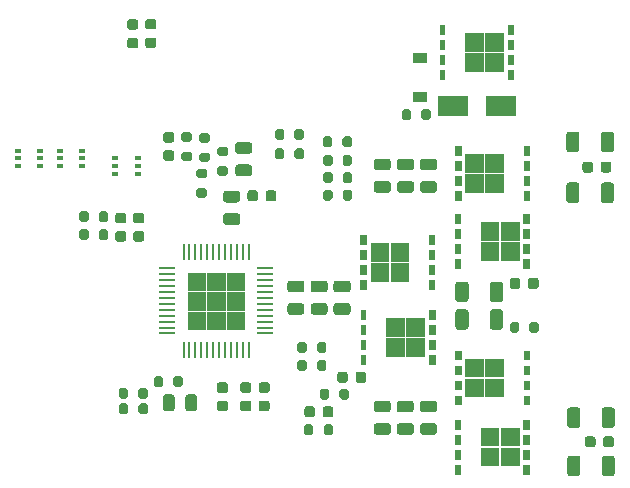
<source format=gtp>
G04 #@! TF.GenerationSoftware,KiCad,Pcbnew,5.1.12-84ad8e8a86~92~ubuntu20.04.1*
G04 #@! TF.CreationDate,2022-01-16T19:01:46+02:00*
G04 #@! TF.ProjectId,opm-inline,6f706d2d-696e-46c6-996e-652e6b696361,rev?*
G04 #@! TF.SameCoordinates,Original*
G04 #@! TF.FileFunction,Paste,Top*
G04 #@! TF.FilePolarity,Positive*
%FSLAX46Y46*%
G04 Gerber Fmt 4.6, Leading zero omitted, Abs format (unit mm)*
G04 Created by KiCad (PCBNEW 5.1.12-84ad8e8a86~92~ubuntu20.04.1) date 2022-01-16 19:01:46*
%MOMM*%
%LPD*%
G01*
G04 APERTURE LIST*
%ADD10C,0.010000*%
%ADD11C,0.100000*%
%ADD12R,1.346200X0.279400*%
%ADD13R,0.279400X1.346200*%
%ADD14R,1.200000X0.900000*%
%ADD15R,2.500000X1.800000*%
%ADD16R,0.499999X0.399999*%
G04 APERTURE END LIST*
D10*
G04 #@! TO.C,Q6*
G36*
X170095000Y-95510000D02*
G01*
X170595000Y-95510000D01*
X170595000Y-96260000D01*
X170095000Y-96260000D01*
X170095000Y-95510000D01*
G37*
X170095000Y-95510000D02*
X170595000Y-95510000D01*
X170595000Y-96260000D01*
X170095000Y-96260000D01*
X170095000Y-95510000D01*
G36*
X170095000Y-94240000D02*
G01*
X170595000Y-94240000D01*
X170595000Y-94990000D01*
X170095000Y-94990000D01*
X170095000Y-94240000D01*
G37*
X170095000Y-94240000D02*
X170595000Y-94240000D01*
X170595000Y-94990000D01*
X170095000Y-94990000D01*
X170095000Y-94240000D01*
G36*
X170095000Y-92970000D02*
G01*
X170595000Y-92970000D01*
X170595000Y-93720000D01*
X170095000Y-93720000D01*
X170095000Y-92970000D01*
G37*
X170095000Y-92970000D02*
X170595000Y-92970000D01*
X170595000Y-93720000D01*
X170095000Y-93720000D01*
X170095000Y-92970000D01*
G36*
X170095000Y-91700000D02*
G01*
X170595000Y-91700000D01*
X170595000Y-92450000D01*
X170095000Y-92450000D01*
X170095000Y-91700000D01*
G37*
X170095000Y-91700000D02*
X170595000Y-91700000D01*
X170595000Y-92450000D01*
X170095000Y-92450000D01*
X170095000Y-91700000D01*
G36*
X164340000Y-91700000D02*
G01*
X164740000Y-91700000D01*
X164740000Y-92450000D01*
X164340000Y-92450000D01*
X164340000Y-91700000D01*
G37*
X164340000Y-91700000D02*
X164740000Y-91700000D01*
X164740000Y-92450000D01*
X164340000Y-92450000D01*
X164340000Y-91700000D01*
G36*
X164340000Y-92970000D02*
G01*
X164740000Y-92970000D01*
X164740000Y-93720000D01*
X164340000Y-93720000D01*
X164340000Y-92970000D01*
G37*
X164340000Y-92970000D02*
X164740000Y-92970000D01*
X164740000Y-93720000D01*
X164340000Y-93720000D01*
X164340000Y-92970000D01*
G36*
X164340000Y-95510000D02*
G01*
X164740000Y-95510000D01*
X164740000Y-96260000D01*
X164340000Y-96260000D01*
X164340000Y-95510000D01*
G37*
X164340000Y-95510000D02*
X164740000Y-95510000D01*
X164740000Y-96260000D01*
X164340000Y-96260000D01*
X164340000Y-95510000D01*
G36*
X164340000Y-94240000D02*
G01*
X164740000Y-94240000D01*
X164740000Y-94990000D01*
X164340000Y-94990000D01*
X164340000Y-94240000D01*
G37*
X164340000Y-94240000D02*
X164740000Y-94240000D01*
X164740000Y-94990000D01*
X164340000Y-94990000D01*
X164340000Y-94240000D01*
G36*
X168190000Y-92380000D02*
G01*
X169690000Y-92380000D01*
X169690000Y-93880000D01*
X168190000Y-93880000D01*
X168190000Y-92380000D01*
G37*
X168190000Y-92380000D02*
X169690000Y-92380000D01*
X169690000Y-93880000D01*
X168190000Y-93880000D01*
X168190000Y-92380000D01*
G36*
X168190000Y-94080000D02*
G01*
X169690000Y-94080000D01*
X169690000Y-95580000D01*
X168190000Y-95580000D01*
X168190000Y-94080000D01*
G37*
X168190000Y-94080000D02*
X169690000Y-94080000D01*
X169690000Y-95580000D01*
X168190000Y-95580000D01*
X168190000Y-94080000D01*
G36*
X166490000Y-94080000D02*
G01*
X167990000Y-94080000D01*
X167990000Y-95580000D01*
X166490000Y-95580000D01*
X166490000Y-94080000D01*
G37*
X166490000Y-94080000D02*
X167990000Y-94080000D01*
X167990000Y-95580000D01*
X166490000Y-95580000D01*
X166490000Y-94080000D01*
G36*
X166490000Y-92380000D02*
G01*
X167990000Y-92380000D01*
X167990000Y-93880000D01*
X166490000Y-93880000D01*
X166490000Y-92380000D01*
G37*
X166490000Y-92380000D02*
X167990000Y-92380000D01*
X167990000Y-93880000D01*
X166490000Y-93880000D01*
X166490000Y-92380000D01*
G04 #@! TO.C,Q5*
G36*
X168380000Y-89230000D02*
G01*
X166880000Y-89230000D01*
X166880000Y-87730000D01*
X168380000Y-87730000D01*
X168380000Y-89230000D01*
G37*
X168380000Y-89230000D02*
X166880000Y-89230000D01*
X166880000Y-87730000D01*
X168380000Y-87730000D01*
X168380000Y-89230000D01*
G36*
X168380000Y-87530000D02*
G01*
X166880000Y-87530000D01*
X166880000Y-86030000D01*
X168380000Y-86030000D01*
X168380000Y-87530000D01*
G37*
X168380000Y-87530000D02*
X166880000Y-87530000D01*
X166880000Y-86030000D01*
X168380000Y-86030000D01*
X168380000Y-87530000D01*
G36*
X166680000Y-87530000D02*
G01*
X165180000Y-87530000D01*
X165180000Y-86030000D01*
X166680000Y-86030000D01*
X166680000Y-87530000D01*
G37*
X166680000Y-87530000D02*
X165180000Y-87530000D01*
X165180000Y-86030000D01*
X166680000Y-86030000D01*
X166680000Y-87530000D01*
G36*
X166680000Y-89230000D02*
G01*
X165180000Y-89230000D01*
X165180000Y-87730000D01*
X166680000Y-87730000D01*
X166680000Y-89230000D01*
G37*
X166680000Y-89230000D02*
X165180000Y-89230000D01*
X165180000Y-87730000D01*
X166680000Y-87730000D01*
X166680000Y-89230000D01*
G36*
X170530000Y-87370000D02*
G01*
X170130000Y-87370000D01*
X170130000Y-86620000D01*
X170530000Y-86620000D01*
X170530000Y-87370000D01*
G37*
X170530000Y-87370000D02*
X170130000Y-87370000D01*
X170130000Y-86620000D01*
X170530000Y-86620000D01*
X170530000Y-87370000D01*
G36*
X170530000Y-86100000D02*
G01*
X170130000Y-86100000D01*
X170130000Y-85350000D01*
X170530000Y-85350000D01*
X170530000Y-86100000D01*
G37*
X170530000Y-86100000D02*
X170130000Y-86100000D01*
X170130000Y-85350000D01*
X170530000Y-85350000D01*
X170530000Y-86100000D01*
G36*
X170530000Y-88640000D02*
G01*
X170130000Y-88640000D01*
X170130000Y-87890000D01*
X170530000Y-87890000D01*
X170530000Y-88640000D01*
G37*
X170530000Y-88640000D02*
X170130000Y-88640000D01*
X170130000Y-87890000D01*
X170530000Y-87890000D01*
X170530000Y-88640000D01*
G36*
X170530000Y-89910000D02*
G01*
X170130000Y-89910000D01*
X170130000Y-89160000D01*
X170530000Y-89160000D01*
X170530000Y-89910000D01*
G37*
X170530000Y-89910000D02*
X170130000Y-89910000D01*
X170130000Y-89160000D01*
X170530000Y-89160000D01*
X170530000Y-89910000D01*
G36*
X164775000Y-89910000D02*
G01*
X164275000Y-89910000D01*
X164275000Y-89160000D01*
X164775000Y-89160000D01*
X164775000Y-89910000D01*
G37*
X164775000Y-89910000D02*
X164275000Y-89910000D01*
X164275000Y-89160000D01*
X164775000Y-89160000D01*
X164775000Y-89910000D01*
G36*
X164775000Y-88640000D02*
G01*
X164275000Y-88640000D01*
X164275000Y-87890000D01*
X164775000Y-87890000D01*
X164775000Y-88640000D01*
G37*
X164775000Y-88640000D02*
X164275000Y-88640000D01*
X164275000Y-87890000D01*
X164775000Y-87890000D01*
X164775000Y-88640000D01*
G36*
X164775000Y-87370000D02*
G01*
X164275000Y-87370000D01*
X164275000Y-86620000D01*
X164775000Y-86620000D01*
X164775000Y-87370000D01*
G37*
X164775000Y-87370000D02*
X164275000Y-87370000D01*
X164275000Y-86620000D01*
X164775000Y-86620000D01*
X164775000Y-87370000D01*
G36*
X164775000Y-86100000D02*
G01*
X164275000Y-86100000D01*
X164275000Y-85350000D01*
X164775000Y-85350000D01*
X164775000Y-86100000D01*
G37*
X164775000Y-86100000D02*
X164275000Y-86100000D01*
X164275000Y-85350000D01*
X164775000Y-85350000D01*
X164775000Y-86100000D01*
G04 #@! TO.C,Q4*
G36*
X174500000Y-101670000D02*
G01*
X176000000Y-101670000D01*
X176000000Y-103170000D01*
X174500000Y-103170000D01*
X174500000Y-101670000D01*
G37*
X174500000Y-101670000D02*
X176000000Y-101670000D01*
X176000000Y-103170000D01*
X174500000Y-103170000D01*
X174500000Y-101670000D01*
G36*
X174500000Y-103370000D02*
G01*
X176000000Y-103370000D01*
X176000000Y-104870000D01*
X174500000Y-104870000D01*
X174500000Y-103370000D01*
G37*
X174500000Y-103370000D02*
X176000000Y-103370000D01*
X176000000Y-104870000D01*
X174500000Y-104870000D01*
X174500000Y-103370000D01*
G36*
X176200000Y-103370000D02*
G01*
X177700000Y-103370000D01*
X177700000Y-104870000D01*
X176200000Y-104870000D01*
X176200000Y-103370000D01*
G37*
X176200000Y-103370000D02*
X177700000Y-103370000D01*
X177700000Y-104870000D01*
X176200000Y-104870000D01*
X176200000Y-103370000D01*
G36*
X176200000Y-101670000D02*
G01*
X177700000Y-101670000D01*
X177700000Y-103170000D01*
X176200000Y-103170000D01*
X176200000Y-101670000D01*
G37*
X176200000Y-101670000D02*
X177700000Y-101670000D01*
X177700000Y-103170000D01*
X176200000Y-103170000D01*
X176200000Y-101670000D01*
G36*
X172350000Y-103530000D02*
G01*
X172750000Y-103530000D01*
X172750000Y-104280000D01*
X172350000Y-104280000D01*
X172350000Y-103530000D01*
G37*
X172350000Y-103530000D02*
X172750000Y-103530000D01*
X172750000Y-104280000D01*
X172350000Y-104280000D01*
X172350000Y-103530000D01*
G36*
X172350000Y-104800000D02*
G01*
X172750000Y-104800000D01*
X172750000Y-105550000D01*
X172350000Y-105550000D01*
X172350000Y-104800000D01*
G37*
X172350000Y-104800000D02*
X172750000Y-104800000D01*
X172750000Y-105550000D01*
X172350000Y-105550000D01*
X172350000Y-104800000D01*
G36*
X172350000Y-102260000D02*
G01*
X172750000Y-102260000D01*
X172750000Y-103010000D01*
X172350000Y-103010000D01*
X172350000Y-102260000D01*
G37*
X172350000Y-102260000D02*
X172750000Y-102260000D01*
X172750000Y-103010000D01*
X172350000Y-103010000D01*
X172350000Y-102260000D01*
G36*
X172350000Y-100990000D02*
G01*
X172750000Y-100990000D01*
X172750000Y-101740000D01*
X172350000Y-101740000D01*
X172350000Y-100990000D01*
G37*
X172350000Y-100990000D02*
X172750000Y-100990000D01*
X172750000Y-101740000D01*
X172350000Y-101740000D01*
X172350000Y-100990000D01*
G36*
X178105000Y-100990000D02*
G01*
X178605000Y-100990000D01*
X178605000Y-101740000D01*
X178105000Y-101740000D01*
X178105000Y-100990000D01*
G37*
X178105000Y-100990000D02*
X178605000Y-100990000D01*
X178605000Y-101740000D01*
X178105000Y-101740000D01*
X178105000Y-100990000D01*
G36*
X178105000Y-102260000D02*
G01*
X178605000Y-102260000D01*
X178605000Y-103010000D01*
X178105000Y-103010000D01*
X178105000Y-102260000D01*
G37*
X178105000Y-102260000D02*
X178605000Y-102260000D01*
X178605000Y-103010000D01*
X178105000Y-103010000D01*
X178105000Y-102260000D01*
G36*
X178105000Y-103530000D02*
G01*
X178605000Y-103530000D01*
X178605000Y-104280000D01*
X178105000Y-104280000D01*
X178105000Y-103530000D01*
G37*
X178105000Y-103530000D02*
X178605000Y-103530000D01*
X178605000Y-104280000D01*
X178105000Y-104280000D01*
X178105000Y-103530000D01*
G36*
X178105000Y-104800000D02*
G01*
X178605000Y-104800000D01*
X178605000Y-105550000D01*
X178105000Y-105550000D01*
X178105000Y-104800000D01*
G37*
X178105000Y-104800000D02*
X178605000Y-104800000D01*
X178605000Y-105550000D01*
X178105000Y-105550000D01*
X178105000Y-104800000D01*
G04 #@! TO.C,Q3*
G36*
X176400000Y-99020000D02*
G01*
X174900000Y-99020000D01*
X174900000Y-97520000D01*
X176400000Y-97520000D01*
X176400000Y-99020000D01*
G37*
X176400000Y-99020000D02*
X174900000Y-99020000D01*
X174900000Y-97520000D01*
X176400000Y-97520000D01*
X176400000Y-99020000D01*
G36*
X176400000Y-97320000D02*
G01*
X174900000Y-97320000D01*
X174900000Y-95820000D01*
X176400000Y-95820000D01*
X176400000Y-97320000D01*
G37*
X176400000Y-97320000D02*
X174900000Y-97320000D01*
X174900000Y-95820000D01*
X176400000Y-95820000D01*
X176400000Y-97320000D01*
G36*
X174700000Y-97320000D02*
G01*
X173200000Y-97320000D01*
X173200000Y-95820000D01*
X174700000Y-95820000D01*
X174700000Y-97320000D01*
G37*
X174700000Y-97320000D02*
X173200000Y-97320000D01*
X173200000Y-95820000D01*
X174700000Y-95820000D01*
X174700000Y-97320000D01*
G36*
X174700000Y-99020000D02*
G01*
X173200000Y-99020000D01*
X173200000Y-97520000D01*
X174700000Y-97520000D01*
X174700000Y-99020000D01*
G37*
X174700000Y-99020000D02*
X173200000Y-99020000D01*
X173200000Y-97520000D01*
X174700000Y-97520000D01*
X174700000Y-99020000D01*
G36*
X178550000Y-97160000D02*
G01*
X178150000Y-97160000D01*
X178150000Y-96410000D01*
X178550000Y-96410000D01*
X178550000Y-97160000D01*
G37*
X178550000Y-97160000D02*
X178150000Y-97160000D01*
X178150000Y-96410000D01*
X178550000Y-96410000D01*
X178550000Y-97160000D01*
G36*
X178550000Y-95890000D02*
G01*
X178150000Y-95890000D01*
X178150000Y-95140000D01*
X178550000Y-95140000D01*
X178550000Y-95890000D01*
G37*
X178550000Y-95890000D02*
X178150000Y-95890000D01*
X178150000Y-95140000D01*
X178550000Y-95140000D01*
X178550000Y-95890000D01*
G36*
X178550000Y-98430000D02*
G01*
X178150000Y-98430000D01*
X178150000Y-97680000D01*
X178550000Y-97680000D01*
X178550000Y-98430000D01*
G37*
X178550000Y-98430000D02*
X178150000Y-98430000D01*
X178150000Y-97680000D01*
X178550000Y-97680000D01*
X178550000Y-98430000D01*
G36*
X178550000Y-99700000D02*
G01*
X178150000Y-99700000D01*
X178150000Y-98950000D01*
X178550000Y-98950000D01*
X178550000Y-99700000D01*
G37*
X178550000Y-99700000D02*
X178150000Y-99700000D01*
X178150000Y-98950000D01*
X178550000Y-98950000D01*
X178550000Y-99700000D01*
G36*
X172795000Y-99700000D02*
G01*
X172295000Y-99700000D01*
X172295000Y-98950000D01*
X172795000Y-98950000D01*
X172795000Y-99700000D01*
G37*
X172795000Y-99700000D02*
X172295000Y-99700000D01*
X172295000Y-98950000D01*
X172795000Y-98950000D01*
X172795000Y-99700000D01*
G36*
X172795000Y-98430000D02*
G01*
X172295000Y-98430000D01*
X172295000Y-97680000D01*
X172795000Y-97680000D01*
X172795000Y-98430000D01*
G37*
X172795000Y-98430000D02*
X172295000Y-98430000D01*
X172295000Y-97680000D01*
X172795000Y-97680000D01*
X172795000Y-98430000D01*
G36*
X172795000Y-97160000D02*
G01*
X172295000Y-97160000D01*
X172295000Y-96410000D01*
X172795000Y-96410000D01*
X172795000Y-97160000D01*
G37*
X172795000Y-97160000D02*
X172295000Y-97160000D01*
X172295000Y-96410000D01*
X172795000Y-96410000D01*
X172795000Y-97160000D01*
G36*
X172795000Y-95890000D02*
G01*
X172295000Y-95890000D01*
X172295000Y-95140000D01*
X172795000Y-95140000D01*
X172795000Y-95890000D01*
G37*
X172795000Y-95890000D02*
X172295000Y-95890000D01*
X172295000Y-95140000D01*
X172795000Y-95140000D01*
X172795000Y-95890000D01*
G04 #@! TO.C,Q2*
G36*
X174500000Y-84260000D02*
G01*
X176000000Y-84260000D01*
X176000000Y-85760000D01*
X174500000Y-85760000D01*
X174500000Y-84260000D01*
G37*
X174500000Y-84260000D02*
X176000000Y-84260000D01*
X176000000Y-85760000D01*
X174500000Y-85760000D01*
X174500000Y-84260000D01*
G36*
X174500000Y-85960000D02*
G01*
X176000000Y-85960000D01*
X176000000Y-87460000D01*
X174500000Y-87460000D01*
X174500000Y-85960000D01*
G37*
X174500000Y-85960000D02*
X176000000Y-85960000D01*
X176000000Y-87460000D01*
X174500000Y-87460000D01*
X174500000Y-85960000D01*
G36*
X176200000Y-85960000D02*
G01*
X177700000Y-85960000D01*
X177700000Y-87460000D01*
X176200000Y-87460000D01*
X176200000Y-85960000D01*
G37*
X176200000Y-85960000D02*
X177700000Y-85960000D01*
X177700000Y-87460000D01*
X176200000Y-87460000D01*
X176200000Y-85960000D01*
G36*
X176200000Y-84260000D02*
G01*
X177700000Y-84260000D01*
X177700000Y-85760000D01*
X176200000Y-85760000D01*
X176200000Y-84260000D01*
G37*
X176200000Y-84260000D02*
X177700000Y-84260000D01*
X177700000Y-85760000D01*
X176200000Y-85760000D01*
X176200000Y-84260000D01*
G36*
X172350000Y-86120000D02*
G01*
X172750000Y-86120000D01*
X172750000Y-86870000D01*
X172350000Y-86870000D01*
X172350000Y-86120000D01*
G37*
X172350000Y-86120000D02*
X172750000Y-86120000D01*
X172750000Y-86870000D01*
X172350000Y-86870000D01*
X172350000Y-86120000D01*
G36*
X172350000Y-87390000D02*
G01*
X172750000Y-87390000D01*
X172750000Y-88140000D01*
X172350000Y-88140000D01*
X172350000Y-87390000D01*
G37*
X172350000Y-87390000D02*
X172750000Y-87390000D01*
X172750000Y-88140000D01*
X172350000Y-88140000D01*
X172350000Y-87390000D01*
G36*
X172350000Y-84850000D02*
G01*
X172750000Y-84850000D01*
X172750000Y-85600000D01*
X172350000Y-85600000D01*
X172350000Y-84850000D01*
G37*
X172350000Y-84850000D02*
X172750000Y-84850000D01*
X172750000Y-85600000D01*
X172350000Y-85600000D01*
X172350000Y-84850000D01*
G36*
X172350000Y-83580000D02*
G01*
X172750000Y-83580000D01*
X172750000Y-84330000D01*
X172350000Y-84330000D01*
X172350000Y-83580000D01*
G37*
X172350000Y-83580000D02*
X172750000Y-83580000D01*
X172750000Y-84330000D01*
X172350000Y-84330000D01*
X172350000Y-83580000D01*
G36*
X178105000Y-83580000D02*
G01*
X178605000Y-83580000D01*
X178605000Y-84330000D01*
X178105000Y-84330000D01*
X178105000Y-83580000D01*
G37*
X178105000Y-83580000D02*
X178605000Y-83580000D01*
X178605000Y-84330000D01*
X178105000Y-84330000D01*
X178105000Y-83580000D01*
G36*
X178105000Y-84850000D02*
G01*
X178605000Y-84850000D01*
X178605000Y-85600000D01*
X178105000Y-85600000D01*
X178105000Y-84850000D01*
G37*
X178105000Y-84850000D02*
X178605000Y-84850000D01*
X178605000Y-85600000D01*
X178105000Y-85600000D01*
X178105000Y-84850000D01*
G36*
X178105000Y-86120000D02*
G01*
X178605000Y-86120000D01*
X178605000Y-86870000D01*
X178105000Y-86870000D01*
X178105000Y-86120000D01*
G37*
X178105000Y-86120000D02*
X178605000Y-86120000D01*
X178605000Y-86870000D01*
X178105000Y-86870000D01*
X178105000Y-86120000D01*
G36*
X178105000Y-87390000D02*
G01*
X178605000Y-87390000D01*
X178605000Y-88140000D01*
X178105000Y-88140000D01*
X178105000Y-87390000D01*
G37*
X178105000Y-87390000D02*
X178605000Y-87390000D01*
X178605000Y-88140000D01*
X178105000Y-88140000D01*
X178105000Y-87390000D01*
G04 #@! TO.C,Q1*
G36*
X176400000Y-81710000D02*
G01*
X174900000Y-81710000D01*
X174900000Y-80210000D01*
X176400000Y-80210000D01*
X176400000Y-81710000D01*
G37*
X176400000Y-81710000D02*
X174900000Y-81710000D01*
X174900000Y-80210000D01*
X176400000Y-80210000D01*
X176400000Y-81710000D01*
G36*
X176400000Y-80010000D02*
G01*
X174900000Y-80010000D01*
X174900000Y-78510000D01*
X176400000Y-78510000D01*
X176400000Y-80010000D01*
G37*
X176400000Y-80010000D02*
X174900000Y-80010000D01*
X174900000Y-78510000D01*
X176400000Y-78510000D01*
X176400000Y-80010000D01*
G36*
X174700000Y-80010000D02*
G01*
X173200000Y-80010000D01*
X173200000Y-78510000D01*
X174700000Y-78510000D01*
X174700000Y-80010000D01*
G37*
X174700000Y-80010000D02*
X173200000Y-80010000D01*
X173200000Y-78510000D01*
X174700000Y-78510000D01*
X174700000Y-80010000D01*
G36*
X174700000Y-81710000D02*
G01*
X173200000Y-81710000D01*
X173200000Y-80210000D01*
X174700000Y-80210000D01*
X174700000Y-81710000D01*
G37*
X174700000Y-81710000D02*
X173200000Y-81710000D01*
X173200000Y-80210000D01*
X174700000Y-80210000D01*
X174700000Y-81710000D01*
G36*
X178550000Y-79850000D02*
G01*
X178150000Y-79850000D01*
X178150000Y-79100000D01*
X178550000Y-79100000D01*
X178550000Y-79850000D01*
G37*
X178550000Y-79850000D02*
X178150000Y-79850000D01*
X178150000Y-79100000D01*
X178550000Y-79100000D01*
X178550000Y-79850000D01*
G36*
X178550000Y-78580000D02*
G01*
X178150000Y-78580000D01*
X178150000Y-77830000D01*
X178550000Y-77830000D01*
X178550000Y-78580000D01*
G37*
X178550000Y-78580000D02*
X178150000Y-78580000D01*
X178150000Y-77830000D01*
X178550000Y-77830000D01*
X178550000Y-78580000D01*
G36*
X178550000Y-81120000D02*
G01*
X178150000Y-81120000D01*
X178150000Y-80370000D01*
X178550000Y-80370000D01*
X178550000Y-81120000D01*
G37*
X178550000Y-81120000D02*
X178150000Y-81120000D01*
X178150000Y-80370000D01*
X178550000Y-80370000D01*
X178550000Y-81120000D01*
G36*
X178550000Y-82390000D02*
G01*
X178150000Y-82390000D01*
X178150000Y-81640000D01*
X178550000Y-81640000D01*
X178550000Y-82390000D01*
G37*
X178550000Y-82390000D02*
X178150000Y-82390000D01*
X178150000Y-81640000D01*
X178550000Y-81640000D01*
X178550000Y-82390000D01*
G36*
X172795000Y-82390000D02*
G01*
X172295000Y-82390000D01*
X172295000Y-81640000D01*
X172795000Y-81640000D01*
X172795000Y-82390000D01*
G37*
X172795000Y-82390000D02*
X172295000Y-82390000D01*
X172295000Y-81640000D01*
X172795000Y-81640000D01*
X172795000Y-82390000D01*
G36*
X172795000Y-81120000D02*
G01*
X172295000Y-81120000D01*
X172295000Y-80370000D01*
X172795000Y-80370000D01*
X172795000Y-81120000D01*
G37*
X172795000Y-81120000D02*
X172295000Y-81120000D01*
X172295000Y-80370000D01*
X172795000Y-80370000D01*
X172795000Y-81120000D01*
G36*
X172795000Y-79850000D02*
G01*
X172295000Y-79850000D01*
X172295000Y-79100000D01*
X172795000Y-79100000D01*
X172795000Y-79850000D01*
G37*
X172795000Y-79850000D02*
X172295000Y-79850000D01*
X172295000Y-79100000D01*
X172795000Y-79100000D01*
X172795000Y-79850000D01*
G36*
X172795000Y-78580000D02*
G01*
X172295000Y-78580000D01*
X172295000Y-77830000D01*
X172795000Y-77830000D01*
X172795000Y-78580000D01*
G37*
X172795000Y-78580000D02*
X172295000Y-78580000D01*
X172295000Y-77830000D01*
X172795000Y-77830000D01*
X172795000Y-78580000D01*
D11*
G04 #@! TO.C,IC1*
G36*
X151156034Y-91873966D02*
G01*
X149688100Y-91873966D01*
X149688100Y-93341900D01*
X151156034Y-93341900D01*
X151156034Y-91873966D01*
G37*
X151156034Y-91873966D02*
X149688100Y-91873966D01*
X149688100Y-93341900D01*
X151156034Y-93341900D01*
X151156034Y-91873966D01*
G36*
X152823967Y-91873966D02*
G01*
X151356033Y-91873966D01*
X151356033Y-93341900D01*
X152823967Y-93341900D01*
X152823967Y-91873966D01*
G37*
X152823967Y-91873966D02*
X151356033Y-91873966D01*
X151356033Y-93341900D01*
X152823967Y-93341900D01*
X152823967Y-91873966D01*
G36*
X154491900Y-91873966D02*
G01*
X153023966Y-91873966D01*
X153023966Y-93341900D01*
X154491900Y-93341900D01*
X154491900Y-91873966D01*
G37*
X154491900Y-91873966D02*
X153023966Y-91873966D01*
X153023966Y-93341900D01*
X154491900Y-93341900D01*
X154491900Y-91873966D01*
G36*
X151156034Y-90206033D02*
G01*
X149688100Y-90206033D01*
X149688100Y-91673967D01*
X151156034Y-91673967D01*
X151156034Y-90206033D01*
G37*
X151156034Y-90206033D02*
X149688100Y-90206033D01*
X149688100Y-91673967D01*
X151156034Y-91673967D01*
X151156034Y-90206033D01*
G36*
X152823967Y-90206033D02*
G01*
X151356033Y-90206033D01*
X151356033Y-91673967D01*
X152823967Y-91673967D01*
X152823967Y-90206033D01*
G37*
X152823967Y-90206033D02*
X151356033Y-90206033D01*
X151356033Y-91673967D01*
X152823967Y-91673967D01*
X152823967Y-90206033D01*
G36*
X154491900Y-90206033D02*
G01*
X153023966Y-90206033D01*
X153023966Y-91673967D01*
X154491900Y-91673967D01*
X154491900Y-90206033D01*
G37*
X154491900Y-90206033D02*
X153023966Y-90206033D01*
X153023966Y-91673967D01*
X154491900Y-91673967D01*
X154491900Y-90206033D01*
G36*
X151156034Y-88538100D02*
G01*
X149688100Y-88538100D01*
X149688100Y-90006034D01*
X151156034Y-90006034D01*
X151156034Y-88538100D01*
G37*
X151156034Y-88538100D02*
X149688100Y-88538100D01*
X149688100Y-90006034D01*
X151156034Y-90006034D01*
X151156034Y-88538100D01*
G36*
X152823967Y-88538100D02*
G01*
X151356033Y-88538100D01*
X151356033Y-90006034D01*
X152823967Y-90006034D01*
X152823967Y-88538100D01*
G37*
X152823967Y-88538100D02*
X151356033Y-88538100D01*
X151356033Y-90006034D01*
X152823967Y-90006034D01*
X152823967Y-88538100D01*
G36*
X154491900Y-88538100D02*
G01*
X153023966Y-88538100D01*
X153023966Y-90006034D01*
X154491900Y-90006034D01*
X154491900Y-88538100D01*
G37*
X154491900Y-88538100D02*
X153023966Y-88538100D01*
X153023966Y-90006034D01*
X154491900Y-90006034D01*
X154491900Y-88538100D01*
D10*
G04 #@! TO.C,Q7*
G36*
X176772000Y-71380000D02*
G01*
X177272000Y-71380000D01*
X177272000Y-72130000D01*
X176772000Y-72130000D01*
X176772000Y-71380000D01*
G37*
X176772000Y-71380000D02*
X177272000Y-71380000D01*
X177272000Y-72130000D01*
X176772000Y-72130000D01*
X176772000Y-71380000D01*
G36*
X176772000Y-70110000D02*
G01*
X177272000Y-70110000D01*
X177272000Y-70860000D01*
X176772000Y-70860000D01*
X176772000Y-70110000D01*
G37*
X176772000Y-70110000D02*
X177272000Y-70110000D01*
X177272000Y-70860000D01*
X176772000Y-70860000D01*
X176772000Y-70110000D01*
G36*
X176772000Y-68840000D02*
G01*
X177272000Y-68840000D01*
X177272000Y-69590000D01*
X176772000Y-69590000D01*
X176772000Y-68840000D01*
G37*
X176772000Y-68840000D02*
X177272000Y-68840000D01*
X177272000Y-69590000D01*
X176772000Y-69590000D01*
X176772000Y-68840000D01*
G36*
X176772000Y-67570000D02*
G01*
X177272000Y-67570000D01*
X177272000Y-68320000D01*
X176772000Y-68320000D01*
X176772000Y-67570000D01*
G37*
X176772000Y-67570000D02*
X177272000Y-67570000D01*
X177272000Y-68320000D01*
X176772000Y-68320000D01*
X176772000Y-67570000D01*
G36*
X171017000Y-67570000D02*
G01*
X171417000Y-67570000D01*
X171417000Y-68320000D01*
X171017000Y-68320000D01*
X171017000Y-67570000D01*
G37*
X171017000Y-67570000D02*
X171417000Y-67570000D01*
X171417000Y-68320000D01*
X171017000Y-68320000D01*
X171017000Y-67570000D01*
G36*
X171017000Y-68840000D02*
G01*
X171417000Y-68840000D01*
X171417000Y-69590000D01*
X171017000Y-69590000D01*
X171017000Y-68840000D01*
G37*
X171017000Y-68840000D02*
X171417000Y-68840000D01*
X171417000Y-69590000D01*
X171017000Y-69590000D01*
X171017000Y-68840000D01*
G36*
X171017000Y-71380000D02*
G01*
X171417000Y-71380000D01*
X171417000Y-72130000D01*
X171017000Y-72130000D01*
X171017000Y-71380000D01*
G37*
X171017000Y-71380000D02*
X171417000Y-71380000D01*
X171417000Y-72130000D01*
X171017000Y-72130000D01*
X171017000Y-71380000D01*
G36*
X171017000Y-70110000D02*
G01*
X171417000Y-70110000D01*
X171417000Y-70860000D01*
X171017000Y-70860000D01*
X171017000Y-70110000D01*
G37*
X171017000Y-70110000D02*
X171417000Y-70110000D01*
X171417000Y-70860000D01*
X171017000Y-70860000D01*
X171017000Y-70110000D01*
G36*
X174867000Y-68250000D02*
G01*
X176367000Y-68250000D01*
X176367000Y-69750000D01*
X174867000Y-69750000D01*
X174867000Y-68250000D01*
G37*
X174867000Y-68250000D02*
X176367000Y-68250000D01*
X176367000Y-69750000D01*
X174867000Y-69750000D01*
X174867000Y-68250000D01*
G36*
X174867000Y-69950000D02*
G01*
X176367000Y-69950000D01*
X176367000Y-71450000D01*
X174867000Y-71450000D01*
X174867000Y-69950000D01*
G37*
X174867000Y-69950000D02*
X176367000Y-69950000D01*
X176367000Y-71450000D01*
X174867000Y-71450000D01*
X174867000Y-69950000D01*
G36*
X173167000Y-69950000D02*
G01*
X174667000Y-69950000D01*
X174667000Y-71450000D01*
X173167000Y-71450000D01*
X173167000Y-69950000D01*
G37*
X173167000Y-69950000D02*
X174667000Y-69950000D01*
X174667000Y-71450000D01*
X173167000Y-71450000D01*
X173167000Y-69950000D01*
G36*
X173167000Y-68250000D02*
G01*
X174667000Y-68250000D01*
X174667000Y-69750000D01*
X173167000Y-69750000D01*
X173167000Y-68250000D01*
G37*
X173167000Y-68250000D02*
X174667000Y-68250000D01*
X174667000Y-69750000D01*
X173167000Y-69750000D01*
X173167000Y-68250000D01*
G04 #@! TD*
G04 #@! TO.C,R15*
G36*
G01*
X173472000Y-91884999D02*
X173472000Y-93135001D01*
G75*
G02*
X173222001Y-93385000I-249999J0D01*
G01*
X172596999Y-93385000D01*
G75*
G02*
X172347000Y-93135001I0J249999D01*
G01*
X172347000Y-91884999D01*
G75*
G02*
X172596999Y-91635000I249999J0D01*
G01*
X173222001Y-91635000D01*
G75*
G02*
X173472000Y-91884999I0J-249999D01*
G01*
G37*
G36*
G01*
X176397000Y-91884999D02*
X176397000Y-93135001D01*
G75*
G02*
X176147001Y-93385000I-249999J0D01*
G01*
X175521999Y-93385000D01*
G75*
G02*
X175272000Y-93135001I0J249999D01*
G01*
X175272000Y-91884999D01*
G75*
G02*
X175521999Y-91635000I249999J0D01*
G01*
X176147001Y-91635000D01*
G75*
G02*
X176397000Y-91884999I0J-249999D01*
G01*
G37*
G04 #@! TD*
G04 #@! TO.C,R14*
G36*
G01*
X173472000Y-89544999D02*
X173472000Y-90795001D01*
G75*
G02*
X173222001Y-91045000I-249999J0D01*
G01*
X172596999Y-91045000D01*
G75*
G02*
X172347000Y-90795001I0J249999D01*
G01*
X172347000Y-89544999D01*
G75*
G02*
X172596999Y-89295000I249999J0D01*
G01*
X173222001Y-89295000D01*
G75*
G02*
X173472000Y-89544999I0J-249999D01*
G01*
G37*
G36*
G01*
X176397000Y-89544999D02*
X176397000Y-90795001D01*
G75*
G02*
X176147001Y-91045000I-249999J0D01*
G01*
X175521999Y-91045000D01*
G75*
G02*
X175272000Y-90795001I0J249999D01*
G01*
X175272000Y-89544999D01*
G75*
G02*
X175521999Y-89295000I249999J0D01*
G01*
X176147001Y-89295000D01*
G75*
G02*
X176397000Y-89544999I0J-249999D01*
G01*
G37*
G04 #@! TD*
G04 #@! TO.C,R10*
G36*
G01*
X182940000Y-104284999D02*
X182940000Y-105535001D01*
G75*
G02*
X182690001Y-105785000I-249999J0D01*
G01*
X182064999Y-105785000D01*
G75*
G02*
X181815000Y-105535001I0J249999D01*
G01*
X181815000Y-104284999D01*
G75*
G02*
X182064999Y-104035000I249999J0D01*
G01*
X182690001Y-104035000D01*
G75*
G02*
X182940000Y-104284999I0J-249999D01*
G01*
G37*
G36*
G01*
X185865000Y-104284999D02*
X185865000Y-105535001D01*
G75*
G02*
X185615001Y-105785000I-249999J0D01*
G01*
X184989999Y-105785000D01*
G75*
G02*
X184740000Y-105535001I0J249999D01*
G01*
X184740000Y-104284999D01*
G75*
G02*
X184989999Y-104035000I249999J0D01*
G01*
X185615001Y-104035000D01*
G75*
G02*
X185865000Y-104284999I0J-249999D01*
G01*
G37*
G04 #@! TD*
G04 #@! TO.C,R9*
G36*
G01*
X182940000Y-100204999D02*
X182940000Y-101455001D01*
G75*
G02*
X182690001Y-101705000I-249999J0D01*
G01*
X182064999Y-101705000D01*
G75*
G02*
X181815000Y-101455001I0J249999D01*
G01*
X181815000Y-100204999D01*
G75*
G02*
X182064999Y-99955000I249999J0D01*
G01*
X182690001Y-99955000D01*
G75*
G02*
X182940000Y-100204999I0J-249999D01*
G01*
G37*
G36*
G01*
X185865000Y-100204999D02*
X185865000Y-101455001D01*
G75*
G02*
X185615001Y-101705000I-249999J0D01*
G01*
X184989999Y-101705000D01*
G75*
G02*
X184740000Y-101455001I0J249999D01*
G01*
X184740000Y-100204999D01*
G75*
G02*
X184989999Y-99955000I249999J0D01*
G01*
X185615001Y-99955000D01*
G75*
G02*
X185865000Y-100204999I0J-249999D01*
G01*
G37*
G04 #@! TD*
G04 #@! TO.C,R8*
G36*
G01*
X182862000Y-81154999D02*
X182862000Y-82405001D01*
G75*
G02*
X182612001Y-82655000I-249999J0D01*
G01*
X181986999Y-82655000D01*
G75*
G02*
X181737000Y-82405001I0J249999D01*
G01*
X181737000Y-81154999D01*
G75*
G02*
X181986999Y-80905000I249999J0D01*
G01*
X182612001Y-80905000D01*
G75*
G02*
X182862000Y-81154999I0J-249999D01*
G01*
G37*
G36*
G01*
X185787000Y-81154999D02*
X185787000Y-82405001D01*
G75*
G02*
X185537001Y-82655000I-249999J0D01*
G01*
X184911999Y-82655000D01*
G75*
G02*
X184662000Y-82405001I0J249999D01*
G01*
X184662000Y-81154999D01*
G75*
G02*
X184911999Y-80905000I249999J0D01*
G01*
X185537001Y-80905000D01*
G75*
G02*
X185787000Y-81154999I0J-249999D01*
G01*
G37*
G04 #@! TD*
G04 #@! TO.C,R7*
G36*
G01*
X182862000Y-76844999D02*
X182862000Y-78095001D01*
G75*
G02*
X182612001Y-78345000I-249999J0D01*
G01*
X181986999Y-78345000D01*
G75*
G02*
X181737000Y-78095001I0J249999D01*
G01*
X181737000Y-76844999D01*
G75*
G02*
X181986999Y-76595000I249999J0D01*
G01*
X182612001Y-76595000D01*
G75*
G02*
X182862000Y-76844999I0J-249999D01*
G01*
G37*
G36*
G01*
X185787000Y-76844999D02*
X185787000Y-78095001D01*
G75*
G02*
X185537001Y-78345000I-249999J0D01*
G01*
X184911999Y-78345000D01*
G75*
G02*
X184662000Y-78095001I0J249999D01*
G01*
X184662000Y-76844999D01*
G75*
G02*
X184911999Y-76595000I249999J0D01*
G01*
X185537001Y-76595000D01*
G75*
G02*
X185787000Y-76844999I0J-249999D01*
G01*
G37*
G04 #@! TD*
G04 #@! TO.C,R26*
G36*
G01*
X145490000Y-99035000D02*
X145490000Y-98485000D01*
G75*
G02*
X145690000Y-98285000I200000J0D01*
G01*
X146090000Y-98285000D01*
G75*
G02*
X146290000Y-98485000I0J-200000D01*
G01*
X146290000Y-99035000D01*
G75*
G02*
X146090000Y-99235000I-200000J0D01*
G01*
X145690000Y-99235000D01*
G75*
G02*
X145490000Y-99035000I0J200000D01*
G01*
G37*
G36*
G01*
X143840000Y-99035000D02*
X143840000Y-98485000D01*
G75*
G02*
X144040000Y-98285000I200000J0D01*
G01*
X144440000Y-98285000D01*
G75*
G02*
X144640000Y-98485000I0J-200000D01*
G01*
X144640000Y-99035000D01*
G75*
G02*
X144440000Y-99235000I-200000J0D01*
G01*
X144040000Y-99235000D01*
G75*
G02*
X143840000Y-99035000I0J200000D01*
G01*
G37*
G04 #@! TD*
G04 #@! TO.C,R25*
G36*
G01*
X152929000Y-78696000D02*
X152379000Y-78696000D01*
G75*
G02*
X152179000Y-78496000I0J200000D01*
G01*
X152179000Y-78096000D01*
G75*
G02*
X152379000Y-77896000I200000J0D01*
G01*
X152929000Y-77896000D01*
G75*
G02*
X153129000Y-78096000I0J-200000D01*
G01*
X153129000Y-78496000D01*
G75*
G02*
X152929000Y-78696000I-200000J0D01*
G01*
G37*
G36*
G01*
X152929000Y-80346000D02*
X152379000Y-80346000D01*
G75*
G02*
X152179000Y-80146000I0J200000D01*
G01*
X152179000Y-79746000D01*
G75*
G02*
X152379000Y-79546000I200000J0D01*
G01*
X152929000Y-79546000D01*
G75*
G02*
X153129000Y-79746000I0J-200000D01*
G01*
X153129000Y-80146000D01*
G75*
G02*
X152929000Y-80346000I-200000J0D01*
G01*
G37*
G04 #@! TD*
G04 #@! TO.C,C20*
G36*
G01*
X144272000Y-84376000D02*
X143772000Y-84376000D01*
G75*
G02*
X143547000Y-84151000I0J225000D01*
G01*
X143547000Y-83701000D01*
G75*
G02*
X143772000Y-83476000I225000J0D01*
G01*
X144272000Y-83476000D01*
G75*
G02*
X144497000Y-83701000I0J-225000D01*
G01*
X144497000Y-84151000D01*
G75*
G02*
X144272000Y-84376000I-225000J0D01*
G01*
G37*
G36*
G01*
X144272000Y-85926000D02*
X143772000Y-85926000D01*
G75*
G02*
X143547000Y-85701000I0J225000D01*
G01*
X143547000Y-85251000D01*
G75*
G02*
X143772000Y-85026000I225000J0D01*
G01*
X144272000Y-85026000D01*
G75*
G02*
X144497000Y-85251000I0J-225000D01*
G01*
X144497000Y-85701000D01*
G75*
G02*
X144272000Y-85926000I-225000J0D01*
G01*
G37*
G04 #@! TD*
G04 #@! TO.C,C19*
G36*
G01*
X153891000Y-82608000D02*
X152941000Y-82608000D01*
G75*
G02*
X152691000Y-82358000I0J250000D01*
G01*
X152691000Y-81858000D01*
G75*
G02*
X152941000Y-81608000I250000J0D01*
G01*
X153891000Y-81608000D01*
G75*
G02*
X154141000Y-81858000I0J-250000D01*
G01*
X154141000Y-82358000D01*
G75*
G02*
X153891000Y-82608000I-250000J0D01*
G01*
G37*
G36*
G01*
X153891000Y-84508000D02*
X152941000Y-84508000D01*
G75*
G02*
X152691000Y-84258000I0J250000D01*
G01*
X152691000Y-83758000D01*
G75*
G02*
X152941000Y-83508000I250000J0D01*
G01*
X153891000Y-83508000D01*
G75*
G02*
X154141000Y-83758000I0J-250000D01*
G01*
X154141000Y-84258000D01*
G75*
G02*
X153891000Y-84508000I-250000J0D01*
G01*
G37*
G04 #@! TD*
G04 #@! TO.C,C18*
G36*
G01*
X148582000Y-99093000D02*
X148582000Y-100043000D01*
G75*
G02*
X148332000Y-100293000I-250000J0D01*
G01*
X147832000Y-100293000D01*
G75*
G02*
X147582000Y-100043000I0J250000D01*
G01*
X147582000Y-99093000D01*
G75*
G02*
X147832000Y-98843000I250000J0D01*
G01*
X148332000Y-98843000D01*
G75*
G02*
X148582000Y-99093000I0J-250000D01*
G01*
G37*
G36*
G01*
X150482000Y-99093000D02*
X150482000Y-100043000D01*
G75*
G02*
X150232000Y-100293000I-250000J0D01*
G01*
X149732000Y-100293000D01*
G75*
G02*
X149482000Y-100043000I0J250000D01*
G01*
X149482000Y-99093000D01*
G75*
G02*
X149732000Y-98843000I250000J0D01*
G01*
X150232000Y-98843000D01*
G75*
G02*
X150482000Y-99093000I0J-250000D01*
G01*
G37*
G04 #@! TD*
G04 #@! TO.C,C13*
G36*
G01*
X154907000Y-78483000D02*
X153957000Y-78483000D01*
G75*
G02*
X153707000Y-78233000I0J250000D01*
G01*
X153707000Y-77733000D01*
G75*
G02*
X153957000Y-77483000I250000J0D01*
G01*
X154907000Y-77483000D01*
G75*
G02*
X155157000Y-77733000I0J-250000D01*
G01*
X155157000Y-78233000D01*
G75*
G02*
X154907000Y-78483000I-250000J0D01*
G01*
G37*
G36*
G01*
X154907000Y-80383000D02*
X153957000Y-80383000D01*
G75*
G02*
X153707000Y-80133000I0J250000D01*
G01*
X153707000Y-79633000D01*
G75*
G02*
X153957000Y-79383000I250000J0D01*
G01*
X154907000Y-79383000D01*
G75*
G02*
X155157000Y-79633000I0J-250000D01*
G01*
X155157000Y-80133000D01*
G75*
G02*
X154907000Y-80383000I-250000J0D01*
G01*
G37*
G04 #@! TD*
G04 #@! TO.C,R24*
G36*
G01*
X148475000Y-98065000D02*
X148475000Y-97515000D01*
G75*
G02*
X148675000Y-97315000I200000J0D01*
G01*
X149075000Y-97315000D01*
G75*
G02*
X149275000Y-97515000I0J-200000D01*
G01*
X149275000Y-98065000D01*
G75*
G02*
X149075000Y-98265000I-200000J0D01*
G01*
X148675000Y-98265000D01*
G75*
G02*
X148475000Y-98065000I0J200000D01*
G01*
G37*
G36*
G01*
X146825000Y-98065000D02*
X146825000Y-97515000D01*
G75*
G02*
X147025000Y-97315000I200000J0D01*
G01*
X147425000Y-97315000D01*
G75*
G02*
X147625000Y-97515000I0J-200000D01*
G01*
X147625000Y-98065000D01*
G75*
G02*
X147425000Y-98265000I-200000J0D01*
G01*
X147025000Y-98265000D01*
G75*
G02*
X146825000Y-98065000I0J200000D01*
G01*
G37*
G04 #@! TD*
G04 #@! TO.C,R23*
G36*
G01*
X145522000Y-100351000D02*
X145522000Y-99801000D01*
G75*
G02*
X145722000Y-99601000I200000J0D01*
G01*
X146122000Y-99601000D01*
G75*
G02*
X146322000Y-99801000I0J-200000D01*
G01*
X146322000Y-100351000D01*
G75*
G02*
X146122000Y-100551000I-200000J0D01*
G01*
X145722000Y-100551000D01*
G75*
G02*
X145522000Y-100351000I0J200000D01*
G01*
G37*
G36*
G01*
X143872000Y-100351000D02*
X143872000Y-99801000D01*
G75*
G02*
X144072000Y-99601000I200000J0D01*
G01*
X144472000Y-99601000D01*
G75*
G02*
X144672000Y-99801000I0J-200000D01*
G01*
X144672000Y-100351000D01*
G75*
G02*
X144472000Y-100551000I-200000J0D01*
G01*
X144072000Y-100551000D01*
G75*
G02*
X143872000Y-100351000I0J200000D01*
G01*
G37*
G04 #@! TD*
G04 #@! TO.C,R22*
G36*
G01*
X142157000Y-84095000D02*
X142157000Y-83545000D01*
G75*
G02*
X142357000Y-83345000I200000J0D01*
G01*
X142757000Y-83345000D01*
G75*
G02*
X142957000Y-83545000I0J-200000D01*
G01*
X142957000Y-84095000D01*
G75*
G02*
X142757000Y-84295000I-200000J0D01*
G01*
X142357000Y-84295000D01*
G75*
G02*
X142157000Y-84095000I0J200000D01*
G01*
G37*
G36*
G01*
X140507000Y-84095000D02*
X140507000Y-83545000D01*
G75*
G02*
X140707000Y-83345000I200000J0D01*
G01*
X141107000Y-83345000D01*
G75*
G02*
X141307000Y-83545000I0J-200000D01*
G01*
X141307000Y-84095000D01*
G75*
G02*
X141107000Y-84295000I-200000J0D01*
G01*
X140707000Y-84295000D01*
G75*
G02*
X140507000Y-84095000I0J200000D01*
G01*
G37*
G04 #@! TD*
G04 #@! TO.C,R21*
G36*
G01*
X141307000Y-85069000D02*
X141307000Y-85619000D01*
G75*
G02*
X141107000Y-85819000I-200000J0D01*
G01*
X140707000Y-85819000D01*
G75*
G02*
X140507000Y-85619000I0J200000D01*
G01*
X140507000Y-85069000D01*
G75*
G02*
X140707000Y-84869000I200000J0D01*
G01*
X141107000Y-84869000D01*
G75*
G02*
X141307000Y-85069000I0J-200000D01*
G01*
G37*
G36*
G01*
X142957000Y-85069000D02*
X142957000Y-85619000D01*
G75*
G02*
X142757000Y-85819000I-200000J0D01*
G01*
X142357000Y-85819000D01*
G75*
G02*
X142157000Y-85619000I0J200000D01*
G01*
X142157000Y-85069000D01*
G75*
G02*
X142357000Y-84869000I200000J0D01*
G01*
X142757000Y-84869000D01*
G75*
G02*
X142957000Y-85069000I0J-200000D01*
G01*
G37*
G04 #@! TD*
G04 #@! TO.C,R20*
G36*
G01*
X158730000Y-77110000D02*
X158730000Y-76560000D01*
G75*
G02*
X158930000Y-76360000I200000J0D01*
G01*
X159330000Y-76360000D01*
G75*
G02*
X159530000Y-76560000I0J-200000D01*
G01*
X159530000Y-77110000D01*
G75*
G02*
X159330000Y-77310000I-200000J0D01*
G01*
X158930000Y-77310000D01*
G75*
G02*
X158730000Y-77110000I0J200000D01*
G01*
G37*
G36*
G01*
X157080000Y-77110000D02*
X157080000Y-76560000D01*
G75*
G02*
X157280000Y-76360000I200000J0D01*
G01*
X157680000Y-76360000D01*
G75*
G02*
X157880000Y-76560000I0J-200000D01*
G01*
X157880000Y-77110000D01*
G75*
G02*
X157680000Y-77310000I-200000J0D01*
G01*
X157280000Y-77310000D01*
G75*
G02*
X157080000Y-77110000I0J200000D01*
G01*
G37*
G04 #@! TD*
G04 #@! TO.C,R19*
G36*
G01*
X158730000Y-78761000D02*
X158730000Y-78211000D01*
G75*
G02*
X158930000Y-78011000I200000J0D01*
G01*
X159330000Y-78011000D01*
G75*
G02*
X159530000Y-78211000I0J-200000D01*
G01*
X159530000Y-78761000D01*
G75*
G02*
X159330000Y-78961000I-200000J0D01*
G01*
X158930000Y-78961000D01*
G75*
G02*
X158730000Y-78761000I0J200000D01*
G01*
G37*
G36*
G01*
X157080000Y-78761000D02*
X157080000Y-78211000D01*
G75*
G02*
X157280000Y-78011000I200000J0D01*
G01*
X157680000Y-78011000D01*
G75*
G02*
X157880000Y-78211000I0J-200000D01*
G01*
X157880000Y-78761000D01*
G75*
G02*
X157680000Y-78961000I-200000J0D01*
G01*
X157280000Y-78961000D01*
G75*
G02*
X157080000Y-78761000I0J200000D01*
G01*
G37*
G04 #@! TD*
G04 #@! TO.C,R18*
G36*
G01*
X151405000Y-77526000D02*
X150855000Y-77526000D01*
G75*
G02*
X150655000Y-77326000I0J200000D01*
G01*
X150655000Y-76926000D01*
G75*
G02*
X150855000Y-76726000I200000J0D01*
G01*
X151405000Y-76726000D01*
G75*
G02*
X151605000Y-76926000I0J-200000D01*
G01*
X151605000Y-77326000D01*
G75*
G02*
X151405000Y-77526000I-200000J0D01*
G01*
G37*
G36*
G01*
X151405000Y-79176000D02*
X150855000Y-79176000D01*
G75*
G02*
X150655000Y-78976000I0J200000D01*
G01*
X150655000Y-78576000D01*
G75*
G02*
X150855000Y-78376000I200000J0D01*
G01*
X151405000Y-78376000D01*
G75*
G02*
X151605000Y-78576000I0J-200000D01*
G01*
X151605000Y-78976000D01*
G75*
G02*
X151405000Y-79176000I-200000J0D01*
G01*
G37*
G04 #@! TD*
G04 #@! TO.C,R17*
G36*
G01*
X149881000Y-77462000D02*
X149331000Y-77462000D01*
G75*
G02*
X149131000Y-77262000I0J200000D01*
G01*
X149131000Y-76862000D01*
G75*
G02*
X149331000Y-76662000I200000J0D01*
G01*
X149881000Y-76662000D01*
G75*
G02*
X150081000Y-76862000I0J-200000D01*
G01*
X150081000Y-77262000D01*
G75*
G02*
X149881000Y-77462000I-200000J0D01*
G01*
G37*
G36*
G01*
X149881000Y-79112000D02*
X149331000Y-79112000D01*
G75*
G02*
X149131000Y-78912000I0J200000D01*
G01*
X149131000Y-78512000D01*
G75*
G02*
X149331000Y-78312000I200000J0D01*
G01*
X149881000Y-78312000D01*
G75*
G02*
X150081000Y-78512000I0J-200000D01*
G01*
X150081000Y-78912000D01*
G75*
G02*
X149881000Y-79112000I-200000J0D01*
G01*
G37*
G04 #@! TD*
G04 #@! TO.C,R16*
G36*
G01*
X151151000Y-80537000D02*
X150601000Y-80537000D01*
G75*
G02*
X150401000Y-80337000I0J200000D01*
G01*
X150401000Y-79937000D01*
G75*
G02*
X150601000Y-79737000I200000J0D01*
G01*
X151151000Y-79737000D01*
G75*
G02*
X151351000Y-79937000I0J-200000D01*
G01*
X151351000Y-80337000D01*
G75*
G02*
X151151000Y-80537000I-200000J0D01*
G01*
G37*
G36*
G01*
X151151000Y-82187000D02*
X150601000Y-82187000D01*
G75*
G02*
X150401000Y-81987000I0J200000D01*
G01*
X150401000Y-81587000D01*
G75*
G02*
X150601000Y-81387000I200000J0D01*
G01*
X151151000Y-81387000D01*
G75*
G02*
X151351000Y-81587000I0J-200000D01*
G01*
X151351000Y-81987000D01*
G75*
G02*
X151151000Y-82187000I-200000J0D01*
G01*
G37*
G04 #@! TD*
G04 #@! TO.C,R13*
G36*
G01*
X159785000Y-94594000D02*
X159785000Y-95144000D01*
G75*
G02*
X159585000Y-95344000I-200000J0D01*
G01*
X159185000Y-95344000D01*
G75*
G02*
X158985000Y-95144000I0J200000D01*
G01*
X158985000Y-94594000D01*
G75*
G02*
X159185000Y-94394000I200000J0D01*
G01*
X159585000Y-94394000D01*
G75*
G02*
X159785000Y-94594000I0J-200000D01*
G01*
G37*
G36*
G01*
X161435000Y-94594000D02*
X161435000Y-95144000D01*
G75*
G02*
X161235000Y-95344000I-200000J0D01*
G01*
X160835000Y-95344000D01*
G75*
G02*
X160635000Y-95144000I0J200000D01*
G01*
X160635000Y-94594000D01*
G75*
G02*
X160835000Y-94394000I200000J0D01*
G01*
X161235000Y-94394000D01*
G75*
G02*
X161435000Y-94594000I0J-200000D01*
G01*
G37*
G04 #@! TD*
G04 #@! TO.C,R12*
G36*
G01*
X159785000Y-96118000D02*
X159785000Y-96668000D01*
G75*
G02*
X159585000Y-96868000I-200000J0D01*
G01*
X159185000Y-96868000D01*
G75*
G02*
X158985000Y-96668000I0J200000D01*
G01*
X158985000Y-96118000D01*
G75*
G02*
X159185000Y-95918000I200000J0D01*
G01*
X159585000Y-95918000D01*
G75*
G02*
X159785000Y-96118000I0J-200000D01*
G01*
G37*
G36*
G01*
X161435000Y-96118000D02*
X161435000Y-96668000D01*
G75*
G02*
X161235000Y-96868000I-200000J0D01*
G01*
X160835000Y-96868000D01*
G75*
G02*
X160635000Y-96668000I0J200000D01*
G01*
X160635000Y-96118000D01*
G75*
G02*
X160835000Y-95918000I200000J0D01*
G01*
X161235000Y-95918000D01*
G75*
G02*
X161435000Y-96118000I0J-200000D01*
G01*
G37*
G04 #@! TD*
G04 #@! TO.C,R11*
G36*
G01*
X161960000Y-81705000D02*
X161960000Y-82255000D01*
G75*
G02*
X161760000Y-82455000I-200000J0D01*
G01*
X161360000Y-82455000D01*
G75*
G02*
X161160000Y-82255000I0J200000D01*
G01*
X161160000Y-81705000D01*
G75*
G02*
X161360000Y-81505000I200000J0D01*
G01*
X161760000Y-81505000D01*
G75*
G02*
X161960000Y-81705000I0J-200000D01*
G01*
G37*
G36*
G01*
X163610000Y-81705000D02*
X163610000Y-82255000D01*
G75*
G02*
X163410000Y-82455000I-200000J0D01*
G01*
X163010000Y-82455000D01*
G75*
G02*
X162810000Y-82255000I0J200000D01*
G01*
X162810000Y-81705000D01*
G75*
G02*
X163010000Y-81505000I200000J0D01*
G01*
X163410000Y-81505000D01*
G75*
G02*
X163610000Y-81705000I0J-200000D01*
G01*
G37*
G04 #@! TD*
G04 #@! TO.C,R6*
G36*
G01*
X160340000Y-101575000D02*
X160340000Y-102125000D01*
G75*
G02*
X160140000Y-102325000I-200000J0D01*
G01*
X159740000Y-102325000D01*
G75*
G02*
X159540000Y-102125000I0J200000D01*
G01*
X159540000Y-101575000D01*
G75*
G02*
X159740000Y-101375000I200000J0D01*
G01*
X160140000Y-101375000D01*
G75*
G02*
X160340000Y-101575000I0J-200000D01*
G01*
G37*
G36*
G01*
X161990000Y-101575000D02*
X161990000Y-102125000D01*
G75*
G02*
X161790000Y-102325000I-200000J0D01*
G01*
X161390000Y-102325000D01*
G75*
G02*
X161190000Y-102125000I0J200000D01*
G01*
X161190000Y-101575000D01*
G75*
G02*
X161390000Y-101375000I200000J0D01*
G01*
X161790000Y-101375000D01*
G75*
G02*
X161990000Y-101575000I0J-200000D01*
G01*
G37*
G04 #@! TD*
G04 #@! TO.C,R5*
G36*
G01*
X161690000Y-98555000D02*
X161690000Y-99105000D01*
G75*
G02*
X161490000Y-99305000I-200000J0D01*
G01*
X161090000Y-99305000D01*
G75*
G02*
X160890000Y-99105000I0J200000D01*
G01*
X160890000Y-98555000D01*
G75*
G02*
X161090000Y-98355000I200000J0D01*
G01*
X161490000Y-98355000D01*
G75*
G02*
X161690000Y-98555000I0J-200000D01*
G01*
G37*
G36*
G01*
X163340000Y-98555000D02*
X163340000Y-99105000D01*
G75*
G02*
X163140000Y-99305000I-200000J0D01*
G01*
X162740000Y-99305000D01*
G75*
G02*
X162540000Y-99105000I0J200000D01*
G01*
X162540000Y-98555000D01*
G75*
G02*
X162740000Y-98355000I200000J0D01*
G01*
X163140000Y-98355000D01*
G75*
G02*
X163340000Y-98555000I0J-200000D01*
G01*
G37*
G04 #@! TD*
G04 #@! TO.C,R4*
G36*
G01*
X177765000Y-92905000D02*
X177765000Y-93455000D01*
G75*
G02*
X177565000Y-93655000I-200000J0D01*
G01*
X177165000Y-93655000D01*
G75*
G02*
X176965000Y-93455000I0J200000D01*
G01*
X176965000Y-92905000D01*
G75*
G02*
X177165000Y-92705000I200000J0D01*
G01*
X177565000Y-92705000D01*
G75*
G02*
X177765000Y-92905000I0J-200000D01*
G01*
G37*
G36*
G01*
X179415000Y-92905000D02*
X179415000Y-93455000D01*
G75*
G02*
X179215000Y-93655000I-200000J0D01*
G01*
X178815000Y-93655000D01*
G75*
G02*
X178615000Y-93455000I0J200000D01*
G01*
X178615000Y-92905000D01*
G75*
G02*
X178815000Y-92705000I200000J0D01*
G01*
X179215000Y-92705000D01*
G75*
G02*
X179415000Y-92905000I0J-200000D01*
G01*
G37*
G04 #@! TD*
G04 #@! TO.C,R3*
G36*
G01*
X161960000Y-80235000D02*
X161960000Y-80785000D01*
G75*
G02*
X161760000Y-80985000I-200000J0D01*
G01*
X161360000Y-80985000D01*
G75*
G02*
X161160000Y-80785000I0J200000D01*
G01*
X161160000Y-80235000D01*
G75*
G02*
X161360000Y-80035000I200000J0D01*
G01*
X161760000Y-80035000D01*
G75*
G02*
X161960000Y-80235000I0J-200000D01*
G01*
G37*
G36*
G01*
X163610000Y-80235000D02*
X163610000Y-80785000D01*
G75*
G02*
X163410000Y-80985000I-200000J0D01*
G01*
X163010000Y-80985000D01*
G75*
G02*
X162810000Y-80785000I0J200000D01*
G01*
X162810000Y-80235000D01*
G75*
G02*
X163010000Y-80035000I200000J0D01*
G01*
X163410000Y-80035000D01*
G75*
G02*
X163610000Y-80235000I0J-200000D01*
G01*
G37*
G04 #@! TD*
G04 #@! TO.C,R2*
G36*
G01*
X161960000Y-78765000D02*
X161960000Y-79315000D01*
G75*
G02*
X161760000Y-79515000I-200000J0D01*
G01*
X161360000Y-79515000D01*
G75*
G02*
X161160000Y-79315000I0J200000D01*
G01*
X161160000Y-78765000D01*
G75*
G02*
X161360000Y-78565000I200000J0D01*
G01*
X161760000Y-78565000D01*
G75*
G02*
X161960000Y-78765000I0J-200000D01*
G01*
G37*
G36*
G01*
X163610000Y-78765000D02*
X163610000Y-79315000D01*
G75*
G02*
X163410000Y-79515000I-200000J0D01*
G01*
X163010000Y-79515000D01*
G75*
G02*
X162810000Y-79315000I0J200000D01*
G01*
X162810000Y-78765000D01*
G75*
G02*
X163010000Y-78565000I200000J0D01*
G01*
X163410000Y-78565000D01*
G75*
G02*
X163610000Y-78765000I0J-200000D01*
G01*
G37*
G04 #@! TD*
G04 #@! TO.C,R1*
G36*
G01*
X161944000Y-77195000D02*
X161944000Y-77745000D01*
G75*
G02*
X161744000Y-77945000I-200000J0D01*
G01*
X161344000Y-77945000D01*
G75*
G02*
X161144000Y-77745000I0J200000D01*
G01*
X161144000Y-77195000D01*
G75*
G02*
X161344000Y-76995000I200000J0D01*
G01*
X161744000Y-76995000D01*
G75*
G02*
X161944000Y-77195000I0J-200000D01*
G01*
G37*
G36*
G01*
X163594000Y-77195000D02*
X163594000Y-77745000D01*
G75*
G02*
X163394000Y-77945000I-200000J0D01*
G01*
X162994000Y-77945000D01*
G75*
G02*
X162794000Y-77745000I0J200000D01*
G01*
X162794000Y-77195000D01*
G75*
G02*
X162994000Y-76995000I200000J0D01*
G01*
X163394000Y-76995000D01*
G75*
G02*
X163594000Y-77195000I0J-200000D01*
G01*
G37*
G04 #@! TD*
D12*
G04 #@! TO.C,IC1*
X156268300Y-88190000D03*
X156268300Y-88689999D03*
X156268300Y-89190001D03*
X156268300Y-89690000D03*
X156268300Y-90189999D03*
X156268300Y-90690000D03*
X156268300Y-91190000D03*
X156268300Y-91690001D03*
X156268300Y-92190000D03*
X156268300Y-92689999D03*
X156268300Y-93190001D03*
X156268300Y-93690000D03*
D13*
X154840000Y-95118300D03*
X154340001Y-95118300D03*
X153839999Y-95118300D03*
X153340000Y-95118300D03*
X152840001Y-95118300D03*
X152340000Y-95118300D03*
X151840000Y-95118300D03*
X151339999Y-95118300D03*
X150840000Y-95118300D03*
X150340001Y-95118300D03*
X149839999Y-95118300D03*
X149340000Y-95118300D03*
D12*
X147911700Y-93690000D03*
X147911700Y-93190001D03*
X147911700Y-92689999D03*
X147911700Y-92190000D03*
X147911700Y-91690001D03*
X147911700Y-91190000D03*
X147911700Y-90690000D03*
X147911700Y-90189999D03*
X147911700Y-89690000D03*
X147911700Y-89190001D03*
X147911700Y-88689999D03*
X147911700Y-88190000D03*
D13*
X149340000Y-86761700D03*
X149839999Y-86761700D03*
X150340001Y-86761700D03*
X150840000Y-86761700D03*
X151339999Y-86761700D03*
X151840000Y-86761700D03*
X152340000Y-86761700D03*
X152840001Y-86761700D03*
X153340000Y-86761700D03*
X153839999Y-86761700D03*
X154340001Y-86761700D03*
X154840000Y-86761700D03*
G04 #@! TD*
G04 #@! TO.C,D2*
G36*
G01*
X146814250Y-67950500D02*
X146301750Y-67950500D01*
G75*
G02*
X146083000Y-67731750I0J218750D01*
G01*
X146083000Y-67294250D01*
G75*
G02*
X146301750Y-67075500I218750J0D01*
G01*
X146814250Y-67075500D01*
G75*
G02*
X147033000Y-67294250I0J-218750D01*
G01*
X147033000Y-67731750D01*
G75*
G02*
X146814250Y-67950500I-218750J0D01*
G01*
G37*
G36*
G01*
X146814250Y-69525500D02*
X146301750Y-69525500D01*
G75*
G02*
X146083000Y-69306750I0J218750D01*
G01*
X146083000Y-68869250D01*
G75*
G02*
X146301750Y-68650500I218750J0D01*
G01*
X146814250Y-68650500D01*
G75*
G02*
X147033000Y-68869250I0J-218750D01*
G01*
X147033000Y-69306750D01*
G75*
G02*
X146814250Y-69525500I-218750J0D01*
G01*
G37*
G04 #@! TD*
G04 #@! TO.C,D1*
G36*
G01*
X145290250Y-67976000D02*
X144777750Y-67976000D01*
G75*
G02*
X144559000Y-67757250I0J218750D01*
G01*
X144559000Y-67319750D01*
G75*
G02*
X144777750Y-67101000I218750J0D01*
G01*
X145290250Y-67101000D01*
G75*
G02*
X145509000Y-67319750I0J-218750D01*
G01*
X145509000Y-67757250D01*
G75*
G02*
X145290250Y-67976000I-218750J0D01*
G01*
G37*
G36*
G01*
X145290250Y-69551000D02*
X144777750Y-69551000D01*
G75*
G02*
X144559000Y-69332250I0J218750D01*
G01*
X144559000Y-68894750D01*
G75*
G02*
X144777750Y-68676000I218750J0D01*
G01*
X145290250Y-68676000D01*
G75*
G02*
X145509000Y-68894750I0J-218750D01*
G01*
X145509000Y-69332250D01*
G75*
G02*
X145290250Y-69551000I-218750J0D01*
G01*
G37*
G04 #@! TD*
G04 #@! TO.C,C17*
G36*
G01*
X147832000Y-78189000D02*
X148332000Y-78189000D01*
G75*
G02*
X148557000Y-78414000I0J-225000D01*
G01*
X148557000Y-78864000D01*
G75*
G02*
X148332000Y-79089000I-225000J0D01*
G01*
X147832000Y-79089000D01*
G75*
G02*
X147607000Y-78864000I0J225000D01*
G01*
X147607000Y-78414000D01*
G75*
G02*
X147832000Y-78189000I225000J0D01*
G01*
G37*
G36*
G01*
X147832000Y-76639000D02*
X148332000Y-76639000D01*
G75*
G02*
X148557000Y-76864000I0J-225000D01*
G01*
X148557000Y-77314000D01*
G75*
G02*
X148332000Y-77539000I-225000J0D01*
G01*
X147832000Y-77539000D01*
G75*
G02*
X147607000Y-77314000I0J225000D01*
G01*
X147607000Y-76864000D01*
G75*
G02*
X147832000Y-76639000I225000J0D01*
G01*
G37*
G04 #@! TD*
G04 #@! TO.C,C14*
G36*
G01*
X185565000Y-79360000D02*
X185565000Y-79860000D01*
G75*
G02*
X185340000Y-80085000I-225000J0D01*
G01*
X184890000Y-80085000D01*
G75*
G02*
X184665000Y-79860000I0J225000D01*
G01*
X184665000Y-79360000D01*
G75*
G02*
X184890000Y-79135000I225000J0D01*
G01*
X185340000Y-79135000D01*
G75*
G02*
X185565000Y-79360000I0J-225000D01*
G01*
G37*
G36*
G01*
X184015000Y-79360000D02*
X184015000Y-79860000D01*
G75*
G02*
X183790000Y-80085000I-225000J0D01*
G01*
X183340000Y-80085000D01*
G75*
G02*
X183115000Y-79860000I0J225000D01*
G01*
X183115000Y-79360000D01*
G75*
G02*
X183340000Y-79135000I225000J0D01*
G01*
X183790000Y-79135000D01*
G75*
G02*
X184015000Y-79360000I0J-225000D01*
G01*
G37*
G04 #@! TD*
G04 #@! TO.C,C12*
G36*
G01*
X178506000Y-89708000D02*
X178506000Y-89208000D01*
G75*
G02*
X178731000Y-88983000I225000J0D01*
G01*
X179181000Y-88983000D01*
G75*
G02*
X179406000Y-89208000I0J-225000D01*
G01*
X179406000Y-89708000D01*
G75*
G02*
X179181000Y-89933000I-225000J0D01*
G01*
X178731000Y-89933000D01*
G75*
G02*
X178506000Y-89708000I0J225000D01*
G01*
G37*
G36*
G01*
X176956000Y-89708000D02*
X176956000Y-89208000D01*
G75*
G02*
X177181000Y-88983000I225000J0D01*
G01*
X177631000Y-88983000D01*
G75*
G02*
X177856000Y-89208000I0J-225000D01*
G01*
X177856000Y-89708000D01*
G75*
G02*
X177631000Y-89933000I-225000J0D01*
G01*
X177181000Y-89933000D01*
G75*
G02*
X176956000Y-89708000I0J225000D01*
G01*
G37*
G04 #@! TD*
G04 #@! TO.C,C11*
G36*
G01*
X184220000Y-102620000D02*
X184220000Y-103120000D01*
G75*
G02*
X183995000Y-103345000I-225000J0D01*
G01*
X183545000Y-103345000D01*
G75*
G02*
X183320000Y-103120000I0J225000D01*
G01*
X183320000Y-102620000D01*
G75*
G02*
X183545000Y-102395000I225000J0D01*
G01*
X183995000Y-102395000D01*
G75*
G02*
X184220000Y-102620000I0J-225000D01*
G01*
G37*
G36*
G01*
X185770000Y-102620000D02*
X185770000Y-103120000D01*
G75*
G02*
X185545000Y-103345000I-225000J0D01*
G01*
X185095000Y-103345000D01*
G75*
G02*
X184870000Y-103120000I0J225000D01*
G01*
X184870000Y-102620000D01*
G75*
G02*
X185095000Y-102395000I225000J0D01*
G01*
X185545000Y-102395000D01*
G75*
G02*
X185770000Y-102620000I0J-225000D01*
G01*
G37*
G04 #@! TD*
G04 #@! TO.C,C10*
G36*
G01*
X145792000Y-84371000D02*
X145292000Y-84371000D01*
G75*
G02*
X145067000Y-84146000I0J225000D01*
G01*
X145067000Y-83696000D01*
G75*
G02*
X145292000Y-83471000I225000J0D01*
G01*
X145792000Y-83471000D01*
G75*
G02*
X146017000Y-83696000I0J-225000D01*
G01*
X146017000Y-84146000D01*
G75*
G02*
X145792000Y-84371000I-225000J0D01*
G01*
G37*
G36*
G01*
X145792000Y-85921000D02*
X145292000Y-85921000D01*
G75*
G02*
X145067000Y-85696000I0J225000D01*
G01*
X145067000Y-85246000D01*
G75*
G02*
X145292000Y-85021000I225000J0D01*
G01*
X145792000Y-85021000D01*
G75*
G02*
X146017000Y-85246000I0J-225000D01*
G01*
X146017000Y-85696000D01*
G75*
G02*
X145792000Y-85921000I-225000J0D01*
G01*
G37*
G04 #@! TD*
G04 #@! TO.C,C6*
G36*
G01*
X163251000Y-97159000D02*
X163251000Y-97659000D01*
G75*
G02*
X163026000Y-97884000I-225000J0D01*
G01*
X162576000Y-97884000D01*
G75*
G02*
X162351000Y-97659000I0J225000D01*
G01*
X162351000Y-97159000D01*
G75*
G02*
X162576000Y-96934000I225000J0D01*
G01*
X163026000Y-96934000D01*
G75*
G02*
X163251000Y-97159000I0J-225000D01*
G01*
G37*
G36*
G01*
X164801000Y-97159000D02*
X164801000Y-97659000D01*
G75*
G02*
X164576000Y-97884000I-225000J0D01*
G01*
X164126000Y-97884000D01*
G75*
G02*
X163901000Y-97659000I0J225000D01*
G01*
X163901000Y-97159000D01*
G75*
G02*
X164126000Y-96934000I225000J0D01*
G01*
X164576000Y-96934000D01*
G75*
G02*
X164801000Y-97159000I0J-225000D01*
G01*
G37*
G04 #@! TD*
G04 #@! TO.C,C5*
G36*
G01*
X159570000Y-100580000D02*
X159570000Y-100080000D01*
G75*
G02*
X159795000Y-99855000I225000J0D01*
G01*
X160245000Y-99855000D01*
G75*
G02*
X160470000Y-100080000I0J-225000D01*
G01*
X160470000Y-100580000D01*
G75*
G02*
X160245000Y-100805000I-225000J0D01*
G01*
X159795000Y-100805000D01*
G75*
G02*
X159570000Y-100580000I0J225000D01*
G01*
G37*
G36*
G01*
X161120000Y-100580000D02*
X161120000Y-100080000D01*
G75*
G02*
X161345000Y-99855000I225000J0D01*
G01*
X161795000Y-99855000D01*
G75*
G02*
X162020000Y-100080000I0J-225000D01*
G01*
X162020000Y-100580000D01*
G75*
G02*
X161795000Y-100805000I-225000J0D01*
G01*
X161345000Y-100805000D01*
G75*
G02*
X161120000Y-100580000I0J225000D01*
G01*
G37*
G04 #@! TD*
G04 #@! TO.C,C4*
G36*
G01*
X155644000Y-81792000D02*
X155644000Y-82292000D01*
G75*
G02*
X155419000Y-82517000I-225000J0D01*
G01*
X154969000Y-82517000D01*
G75*
G02*
X154744000Y-82292000I0J225000D01*
G01*
X154744000Y-81792000D01*
G75*
G02*
X154969000Y-81567000I225000J0D01*
G01*
X155419000Y-81567000D01*
G75*
G02*
X155644000Y-81792000I0J-225000D01*
G01*
G37*
G36*
G01*
X157194000Y-81792000D02*
X157194000Y-82292000D01*
G75*
G02*
X156969000Y-82517000I-225000J0D01*
G01*
X156519000Y-82517000D01*
G75*
G02*
X156294000Y-82292000I0J225000D01*
G01*
X156294000Y-81792000D01*
G75*
G02*
X156519000Y-81567000I225000J0D01*
G01*
X156969000Y-81567000D01*
G75*
G02*
X157194000Y-81792000I0J-225000D01*
G01*
G37*
G04 #@! TD*
G04 #@! TO.C,C3*
G36*
G01*
X156420000Y-98730000D02*
X155920000Y-98730000D01*
G75*
G02*
X155695000Y-98505000I0J225000D01*
G01*
X155695000Y-98055000D01*
G75*
G02*
X155920000Y-97830000I225000J0D01*
G01*
X156420000Y-97830000D01*
G75*
G02*
X156645000Y-98055000I0J-225000D01*
G01*
X156645000Y-98505000D01*
G75*
G02*
X156420000Y-98730000I-225000J0D01*
G01*
G37*
G36*
G01*
X156420000Y-100280000D02*
X155920000Y-100280000D01*
G75*
G02*
X155695000Y-100055000I0J225000D01*
G01*
X155695000Y-99605000D01*
G75*
G02*
X155920000Y-99380000I225000J0D01*
G01*
X156420000Y-99380000D01*
G75*
G02*
X156645000Y-99605000I0J-225000D01*
G01*
X156645000Y-100055000D01*
G75*
G02*
X156420000Y-100280000I-225000J0D01*
G01*
G37*
G04 #@! TD*
G04 #@! TO.C,C2*
G36*
G01*
X154850000Y-98730000D02*
X154350000Y-98730000D01*
G75*
G02*
X154125000Y-98505000I0J225000D01*
G01*
X154125000Y-98055000D01*
G75*
G02*
X154350000Y-97830000I225000J0D01*
G01*
X154850000Y-97830000D01*
G75*
G02*
X155075000Y-98055000I0J-225000D01*
G01*
X155075000Y-98505000D01*
G75*
G02*
X154850000Y-98730000I-225000J0D01*
G01*
G37*
G36*
G01*
X154850000Y-100280000D02*
X154350000Y-100280000D01*
G75*
G02*
X154125000Y-100055000I0J225000D01*
G01*
X154125000Y-99605000D01*
G75*
G02*
X154350000Y-99380000I225000J0D01*
G01*
X154850000Y-99380000D01*
G75*
G02*
X155075000Y-99605000I0J-225000D01*
G01*
X155075000Y-100055000D01*
G75*
G02*
X154850000Y-100280000I-225000J0D01*
G01*
G37*
G04 #@! TD*
G04 #@! TO.C,C1*
G36*
G01*
X152880000Y-98730000D02*
X152380000Y-98730000D01*
G75*
G02*
X152155000Y-98505000I0J225000D01*
G01*
X152155000Y-98055000D01*
G75*
G02*
X152380000Y-97830000I225000J0D01*
G01*
X152880000Y-97830000D01*
G75*
G02*
X153105000Y-98055000I0J-225000D01*
G01*
X153105000Y-98505000D01*
G75*
G02*
X152880000Y-98730000I-225000J0D01*
G01*
G37*
G36*
G01*
X152880000Y-100280000D02*
X152380000Y-100280000D01*
G75*
G02*
X152155000Y-100055000I0J225000D01*
G01*
X152155000Y-99605000D01*
G75*
G02*
X152380000Y-99380000I225000J0D01*
G01*
X152880000Y-99380000D01*
G75*
G02*
X153105000Y-99605000I0J-225000D01*
G01*
X153105000Y-100055000D01*
G75*
G02*
X152880000Y-100280000I-225000J0D01*
G01*
G37*
G04 #@! TD*
G04 #@! TO.C,C8*
G36*
G01*
X169605000Y-99380000D02*
X170555000Y-99380000D01*
G75*
G02*
X170805000Y-99630000I0J-250000D01*
G01*
X170805000Y-100130000D01*
G75*
G02*
X170555000Y-100380000I-250000J0D01*
G01*
X169605000Y-100380000D01*
G75*
G02*
X169355000Y-100130000I0J250000D01*
G01*
X169355000Y-99630000D01*
G75*
G02*
X169605000Y-99380000I250000J0D01*
G01*
G37*
G36*
G01*
X169605000Y-101280000D02*
X170555000Y-101280000D01*
G75*
G02*
X170805000Y-101530000I0J-250000D01*
G01*
X170805000Y-102030000D01*
G75*
G02*
X170555000Y-102280000I-250000J0D01*
G01*
X169605000Y-102280000D01*
G75*
G02*
X169355000Y-102030000I0J250000D01*
G01*
X169355000Y-101530000D01*
G75*
G02*
X169605000Y-101280000I250000J0D01*
G01*
G37*
G04 #@! TD*
G04 #@! TO.C,C22*
G36*
G01*
X167635000Y-101280000D02*
X168585000Y-101280000D01*
G75*
G02*
X168835000Y-101530000I0J-250000D01*
G01*
X168835000Y-102030000D01*
G75*
G02*
X168585000Y-102280000I-250000J0D01*
G01*
X167635000Y-102280000D01*
G75*
G02*
X167385000Y-102030000I0J250000D01*
G01*
X167385000Y-101530000D01*
G75*
G02*
X167635000Y-101280000I250000J0D01*
G01*
G37*
G36*
G01*
X167635000Y-99380000D02*
X168585000Y-99380000D01*
G75*
G02*
X168835000Y-99630000I0J-250000D01*
G01*
X168835000Y-100130000D01*
G75*
G02*
X168585000Y-100380000I-250000J0D01*
G01*
X167635000Y-100380000D01*
G75*
G02*
X167385000Y-100130000I0J250000D01*
G01*
X167385000Y-99630000D01*
G75*
G02*
X167635000Y-99380000I250000J0D01*
G01*
G37*
G04 #@! TD*
G04 #@! TO.C,C24*
G36*
G01*
X165695000Y-99380000D02*
X166645000Y-99380000D01*
G75*
G02*
X166895000Y-99630000I0J-250000D01*
G01*
X166895000Y-100130000D01*
G75*
G02*
X166645000Y-100380000I-250000J0D01*
G01*
X165695000Y-100380000D01*
G75*
G02*
X165445000Y-100130000I0J250000D01*
G01*
X165445000Y-99630000D01*
G75*
G02*
X165695000Y-99380000I250000J0D01*
G01*
G37*
G36*
G01*
X165695000Y-101280000D02*
X166645000Y-101280000D01*
G75*
G02*
X166895000Y-101530000I0J-250000D01*
G01*
X166895000Y-102030000D01*
G75*
G02*
X166645000Y-102280000I-250000J0D01*
G01*
X165695000Y-102280000D01*
G75*
G02*
X165445000Y-102030000I0J250000D01*
G01*
X165445000Y-101530000D01*
G75*
G02*
X165695000Y-101280000I250000J0D01*
G01*
G37*
G04 #@! TD*
G04 #@! TO.C,C25*
G36*
G01*
X160345000Y-91120000D02*
X161295000Y-91120000D01*
G75*
G02*
X161545000Y-91370000I0J-250000D01*
G01*
X161545000Y-91870000D01*
G75*
G02*
X161295000Y-92120000I-250000J0D01*
G01*
X160345000Y-92120000D01*
G75*
G02*
X160095000Y-91870000I0J250000D01*
G01*
X160095000Y-91370000D01*
G75*
G02*
X160345000Y-91120000I250000J0D01*
G01*
G37*
G36*
G01*
X160345000Y-89220000D02*
X161295000Y-89220000D01*
G75*
G02*
X161545000Y-89470000I0J-250000D01*
G01*
X161545000Y-89970000D01*
G75*
G02*
X161295000Y-90220000I-250000J0D01*
G01*
X160345000Y-90220000D01*
G75*
G02*
X160095000Y-89970000I0J250000D01*
G01*
X160095000Y-89470000D01*
G75*
G02*
X160345000Y-89220000I250000J0D01*
G01*
G37*
G04 #@! TD*
G04 #@! TO.C,C26*
G36*
G01*
X158375000Y-89220000D02*
X159325000Y-89220000D01*
G75*
G02*
X159575000Y-89470000I0J-250000D01*
G01*
X159575000Y-89970000D01*
G75*
G02*
X159325000Y-90220000I-250000J0D01*
G01*
X158375000Y-90220000D01*
G75*
G02*
X158125000Y-89970000I0J250000D01*
G01*
X158125000Y-89470000D01*
G75*
G02*
X158375000Y-89220000I250000J0D01*
G01*
G37*
G36*
G01*
X158375000Y-91120000D02*
X159325000Y-91120000D01*
G75*
G02*
X159575000Y-91370000I0J-250000D01*
G01*
X159575000Y-91870000D01*
G75*
G02*
X159325000Y-92120000I-250000J0D01*
G01*
X158375000Y-92120000D01*
G75*
G02*
X158125000Y-91870000I0J250000D01*
G01*
X158125000Y-91370000D01*
G75*
G02*
X158375000Y-91120000I250000J0D01*
G01*
G37*
G04 #@! TD*
G04 #@! TO.C,C7*
G36*
G01*
X169605000Y-80780000D02*
X170555000Y-80780000D01*
G75*
G02*
X170805000Y-81030000I0J-250000D01*
G01*
X170805000Y-81530000D01*
G75*
G02*
X170555000Y-81780000I-250000J0D01*
G01*
X169605000Y-81780000D01*
G75*
G02*
X169355000Y-81530000I0J250000D01*
G01*
X169355000Y-81030000D01*
G75*
G02*
X169605000Y-80780000I250000J0D01*
G01*
G37*
G36*
G01*
X169605000Y-78880000D02*
X170555000Y-78880000D01*
G75*
G02*
X170805000Y-79130000I0J-250000D01*
G01*
X170805000Y-79630000D01*
G75*
G02*
X170555000Y-79880000I-250000J0D01*
G01*
X169605000Y-79880000D01*
G75*
G02*
X169355000Y-79630000I0J250000D01*
G01*
X169355000Y-79130000D01*
G75*
G02*
X169605000Y-78880000I250000J0D01*
G01*
G37*
G04 #@! TD*
G04 #@! TO.C,C9*
G36*
G01*
X162285000Y-89220000D02*
X163235000Y-89220000D01*
G75*
G02*
X163485000Y-89470000I0J-250000D01*
G01*
X163485000Y-89970000D01*
G75*
G02*
X163235000Y-90220000I-250000J0D01*
G01*
X162285000Y-90220000D01*
G75*
G02*
X162035000Y-89970000I0J250000D01*
G01*
X162035000Y-89470000D01*
G75*
G02*
X162285000Y-89220000I250000J0D01*
G01*
G37*
G36*
G01*
X162285000Y-91120000D02*
X163235000Y-91120000D01*
G75*
G02*
X163485000Y-91370000I0J-250000D01*
G01*
X163485000Y-91870000D01*
G75*
G02*
X163235000Y-92120000I-250000J0D01*
G01*
X162285000Y-92120000D01*
G75*
G02*
X162035000Y-91870000I0J250000D01*
G01*
X162035000Y-91370000D01*
G75*
G02*
X162285000Y-91120000I250000J0D01*
G01*
G37*
G04 #@! TD*
G04 #@! TO.C,C21*
G36*
G01*
X167665000Y-78880000D02*
X168615000Y-78880000D01*
G75*
G02*
X168865000Y-79130000I0J-250000D01*
G01*
X168865000Y-79630000D01*
G75*
G02*
X168615000Y-79880000I-250000J0D01*
G01*
X167665000Y-79880000D01*
G75*
G02*
X167415000Y-79630000I0J250000D01*
G01*
X167415000Y-79130000D01*
G75*
G02*
X167665000Y-78880000I250000J0D01*
G01*
G37*
G36*
G01*
X167665000Y-80780000D02*
X168615000Y-80780000D01*
G75*
G02*
X168865000Y-81030000I0J-250000D01*
G01*
X168865000Y-81530000D01*
G75*
G02*
X168615000Y-81780000I-250000J0D01*
G01*
X167665000Y-81780000D01*
G75*
G02*
X167415000Y-81530000I0J250000D01*
G01*
X167415000Y-81030000D01*
G75*
G02*
X167665000Y-80780000I250000J0D01*
G01*
G37*
G04 #@! TD*
G04 #@! TO.C,C23*
G36*
G01*
X165695000Y-80780000D02*
X166645000Y-80780000D01*
G75*
G02*
X166895000Y-81030000I0J-250000D01*
G01*
X166895000Y-81530000D01*
G75*
G02*
X166645000Y-81780000I-250000J0D01*
G01*
X165695000Y-81780000D01*
G75*
G02*
X165445000Y-81530000I0J250000D01*
G01*
X165445000Y-81030000D01*
G75*
G02*
X165695000Y-80780000I250000J0D01*
G01*
G37*
G36*
G01*
X165695000Y-78880000D02*
X166645000Y-78880000D01*
G75*
G02*
X166895000Y-79130000I0J-250000D01*
G01*
X166895000Y-79630000D01*
G75*
G02*
X166645000Y-79880000I-250000J0D01*
G01*
X165695000Y-79880000D01*
G75*
G02*
X165445000Y-79630000I0J250000D01*
G01*
X165445000Y-79130000D01*
G75*
G02*
X165695000Y-78880000I250000J0D01*
G01*
G37*
G04 #@! TD*
D14*
G04 #@! TO.C,D4*
X169368000Y-73659000D03*
X169368000Y-70359000D03*
G04 #@! TD*
G04 #@! TO.C,R27*
G36*
G01*
X170262000Y-74909000D02*
X170262000Y-75459000D01*
G75*
G02*
X170062000Y-75659000I-200000J0D01*
G01*
X169662000Y-75659000D01*
G75*
G02*
X169462000Y-75459000I0J200000D01*
G01*
X169462000Y-74909000D01*
G75*
G02*
X169662000Y-74709000I200000J0D01*
G01*
X170062000Y-74709000D01*
G75*
G02*
X170262000Y-74909000I0J-200000D01*
G01*
G37*
G36*
G01*
X168612000Y-74909000D02*
X168612000Y-75459000D01*
G75*
G02*
X168412000Y-75659000I-200000J0D01*
G01*
X168012000Y-75659000D01*
G75*
G02*
X167812000Y-75459000I0J200000D01*
G01*
X167812000Y-74909000D01*
G75*
G02*
X168012000Y-74709000I200000J0D01*
G01*
X168412000Y-74709000D01*
G75*
G02*
X168612000Y-74909000I0J-200000D01*
G01*
G37*
G04 #@! TD*
D15*
G04 #@! TO.C,D6*
X176185000Y-74472000D03*
X172185000Y-74472000D03*
G04 #@! TD*
D16*
G04 #@! TO.C,D3*
X138876999Y-78216999D03*
X138876999Y-78866999D03*
X138876999Y-79516999D03*
X140776998Y-79516999D03*
X140776998Y-78866999D03*
X140776998Y-78216999D03*
G04 #@! TD*
G04 #@! TO.C,D5*
X137220998Y-78216999D03*
X137220998Y-78866999D03*
X137220998Y-79516999D03*
X135320999Y-79516999D03*
X135320999Y-78866999D03*
X135320999Y-78216999D03*
G04 #@! TD*
G04 #@! TO.C,D7*
X143575999Y-78851999D03*
X143575999Y-79501999D03*
X143575999Y-80151999D03*
X145475998Y-80151999D03*
X145475998Y-79501999D03*
X145475998Y-78851999D03*
G04 #@! TD*
M02*

</source>
